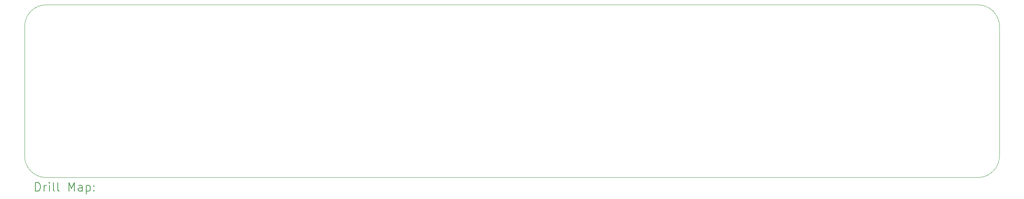
<source format=gbr>
%TF.GenerationSoftware,KiCad,Pcbnew,7.0.11+1*%
%TF.CreationDate,2024-03-07T04:51:50+08:00*%
%TF.ProjectId,EuroPowerBoard v2.0,4575726f-506f-4776-9572-426f61726420,rev?*%
%TF.SameCoordinates,Original*%
%TF.FileFunction,Drillmap*%
%TF.FilePolarity,Positive*%
%FSLAX45Y45*%
G04 Gerber Fmt 4.5, Leading zero omitted, Abs format (unit mm)*
G04 Created by KiCad (PCBNEW 7.0.11+1) date 2024-03-07 04:51:50*
%MOMM*%
%LPD*%
G01*
G04 APERTURE LIST*
%ADD10C,0.100000*%
%ADD11C,0.200000*%
G04 APERTURE END LIST*
D10*
X25654000Y-10160000D02*
G75*
G03*
X26162000Y-9652000I0J508000D01*
G01*
X26162000Y-6604000D02*
G75*
G03*
X25654000Y-6096000I-508000J0D01*
G01*
X3302000Y-9652000D02*
G75*
G03*
X3810000Y-10160000I508000J0D01*
G01*
X3810000Y-6096000D02*
G75*
G03*
X3302000Y-6604000I0J-508000D01*
G01*
X3302000Y-9652000D02*
X3302000Y-6604000D01*
X25654000Y-10160000D02*
X3810000Y-10160000D01*
X26162000Y-6604000D02*
X26162000Y-9652000D01*
X3810000Y-6096000D02*
X25654000Y-6096000D01*
D11*
X3557777Y-10476484D02*
X3557777Y-10276484D01*
X3557777Y-10276484D02*
X3605396Y-10276484D01*
X3605396Y-10276484D02*
X3633967Y-10286008D01*
X3633967Y-10286008D02*
X3653015Y-10305055D01*
X3653015Y-10305055D02*
X3662539Y-10324103D01*
X3662539Y-10324103D02*
X3672062Y-10362198D01*
X3672062Y-10362198D02*
X3672062Y-10390770D01*
X3672062Y-10390770D02*
X3662539Y-10428865D01*
X3662539Y-10428865D02*
X3653015Y-10447912D01*
X3653015Y-10447912D02*
X3633967Y-10466960D01*
X3633967Y-10466960D02*
X3605396Y-10476484D01*
X3605396Y-10476484D02*
X3557777Y-10476484D01*
X3757777Y-10476484D02*
X3757777Y-10343150D01*
X3757777Y-10381246D02*
X3767301Y-10362198D01*
X3767301Y-10362198D02*
X3776824Y-10352674D01*
X3776824Y-10352674D02*
X3795872Y-10343150D01*
X3795872Y-10343150D02*
X3814920Y-10343150D01*
X3881586Y-10476484D02*
X3881586Y-10343150D01*
X3881586Y-10276484D02*
X3872062Y-10286008D01*
X3872062Y-10286008D02*
X3881586Y-10295531D01*
X3881586Y-10295531D02*
X3891110Y-10286008D01*
X3891110Y-10286008D02*
X3881586Y-10276484D01*
X3881586Y-10276484D02*
X3881586Y-10295531D01*
X4005396Y-10476484D02*
X3986348Y-10466960D01*
X3986348Y-10466960D02*
X3976824Y-10447912D01*
X3976824Y-10447912D02*
X3976824Y-10276484D01*
X4110158Y-10476484D02*
X4091110Y-10466960D01*
X4091110Y-10466960D02*
X4081586Y-10447912D01*
X4081586Y-10447912D02*
X4081586Y-10276484D01*
X4338729Y-10476484D02*
X4338729Y-10276484D01*
X4338729Y-10276484D02*
X4405396Y-10419341D01*
X4405396Y-10419341D02*
X4472063Y-10276484D01*
X4472063Y-10276484D02*
X4472063Y-10476484D01*
X4653015Y-10476484D02*
X4653015Y-10371722D01*
X4653015Y-10371722D02*
X4643491Y-10352674D01*
X4643491Y-10352674D02*
X4624444Y-10343150D01*
X4624444Y-10343150D02*
X4586348Y-10343150D01*
X4586348Y-10343150D02*
X4567301Y-10352674D01*
X4653015Y-10466960D02*
X4633967Y-10476484D01*
X4633967Y-10476484D02*
X4586348Y-10476484D01*
X4586348Y-10476484D02*
X4567301Y-10466960D01*
X4567301Y-10466960D02*
X4557777Y-10447912D01*
X4557777Y-10447912D02*
X4557777Y-10428865D01*
X4557777Y-10428865D02*
X4567301Y-10409817D01*
X4567301Y-10409817D02*
X4586348Y-10400293D01*
X4586348Y-10400293D02*
X4633967Y-10400293D01*
X4633967Y-10400293D02*
X4653015Y-10390770D01*
X4748253Y-10343150D02*
X4748253Y-10543150D01*
X4748253Y-10352674D02*
X4767301Y-10343150D01*
X4767301Y-10343150D02*
X4805396Y-10343150D01*
X4805396Y-10343150D02*
X4824444Y-10352674D01*
X4824444Y-10352674D02*
X4833967Y-10362198D01*
X4833967Y-10362198D02*
X4843491Y-10381246D01*
X4843491Y-10381246D02*
X4843491Y-10438389D01*
X4843491Y-10438389D02*
X4833967Y-10457436D01*
X4833967Y-10457436D02*
X4824444Y-10466960D01*
X4824444Y-10466960D02*
X4805396Y-10476484D01*
X4805396Y-10476484D02*
X4767301Y-10476484D01*
X4767301Y-10476484D02*
X4748253Y-10466960D01*
X4929205Y-10457436D02*
X4938729Y-10466960D01*
X4938729Y-10466960D02*
X4929205Y-10476484D01*
X4929205Y-10476484D02*
X4919682Y-10466960D01*
X4919682Y-10466960D02*
X4929205Y-10457436D01*
X4929205Y-10457436D02*
X4929205Y-10476484D01*
X4929205Y-10352674D02*
X4938729Y-10362198D01*
X4938729Y-10362198D02*
X4929205Y-10371722D01*
X4929205Y-10371722D02*
X4919682Y-10362198D01*
X4919682Y-10362198D02*
X4929205Y-10352674D01*
X4929205Y-10352674D02*
X4929205Y-10371722D01*
M02*

</source>
